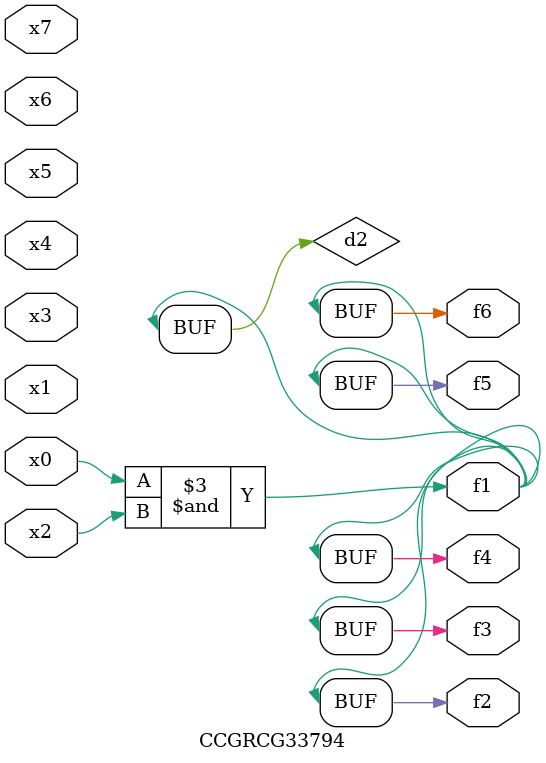
<source format=v>
module CCGRCG33794(
	input x0, x1, x2, x3, x4, x5, x6, x7,
	output f1, f2, f3, f4, f5, f6
);

	wire d1, d2;

	nor (d1, x3, x6);
	and (d2, x0, x2);
	assign f1 = d2;
	assign f2 = d2;
	assign f3 = d2;
	assign f4 = d2;
	assign f5 = d2;
	assign f6 = d2;
endmodule

</source>
